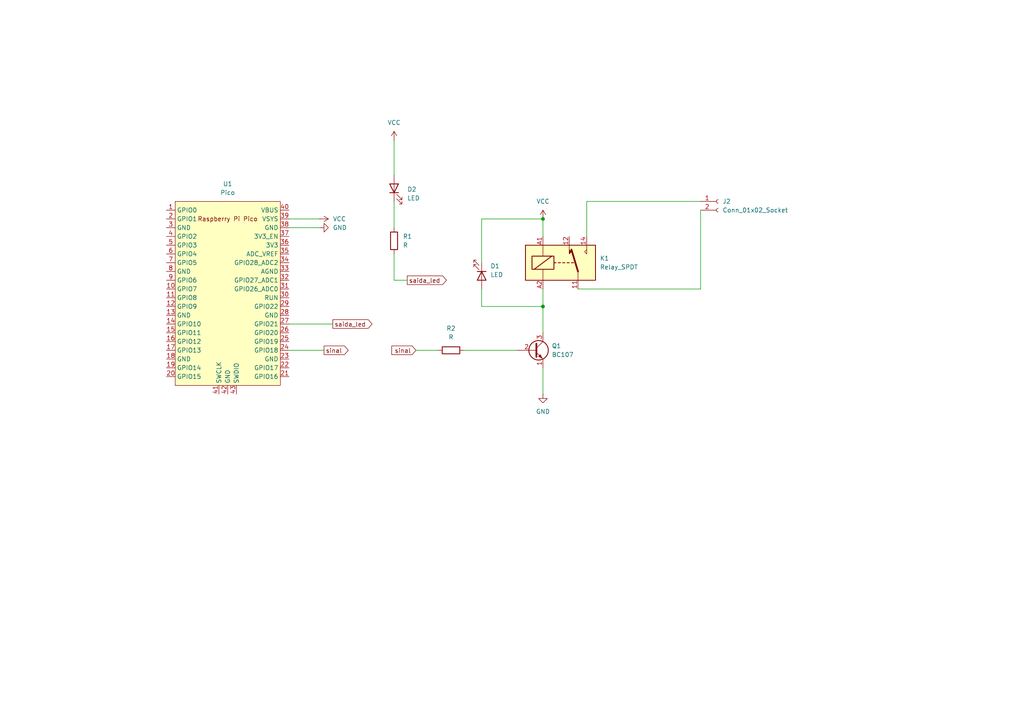
<source format=kicad_sch>
(kicad_sch (version 20231120) (generator "eeschema") (generator_version "8.0")
  (paper "A4")
  (lib_symbols
    (symbol "Connector:Conn_01x02_Socket" (pin_names (offset 1.016) hide)
      (property "Reference" "J" (at 0 2.54 0))
      (property "Value" "Conn_01x02_Socket" (at 0 -5.08 0))
      (symbol "Conn_01x02_Socket_1_1"
        (arc (start 0 -2.032) (mid -0.5058 -2.54) (end 0 -3.048) (stroke (width 0.1524)))
        (polyline (pts (xy -1.27 -2.54) (xy -0.508 -2.54)) (stroke (width 0.1524)))
        (polyline (pts (xy -1.27 0) (xy -0.508 0)) (stroke (width 0.1524)))
        (arc (start 0 0.508) (mid -0.5058 0) (end 0 -0.508) (stroke (width 0.1524)))
        (pin passive line (at -5.08 0 0) (length 3.81) (name "Pin_1") (number "1"))
        (pin passive line (at -5.08 -2.54 0) (length 3.81) (name "Pin_2") (number "2"))
      )
    )
    (symbol "Device:LED" (pin_numbers hide) (pin_names (offset 1.016) hide)
      (property "Reference" "D" (at 0 2.54 0))
      (property "Value" "LED" (at 0 -2.54 0))
      (symbol "LED_0_1"
        (polyline (pts (xy -1.27 -1.27) (xy -1.27 1.27)) (stroke (width 0.254)))
        (polyline (pts (xy -1.27 0) (xy 1.27 0)))
        (polyline (pts (xy 1.27 -1.27) (xy 1.27 1.27) (xy -1.27 0) (xy 1.27 -1.27)) (stroke (width 0.254)))
        (polyline (pts (xy -3.048 -0.762) (xy -4.572 -2.286) (xy -3.81 -2.286) (xy -4.572 -2.286) (xy -4.572 -1.524)))
        (polyline (pts (xy -1.778 -0.762) (xy -3.302 -2.286) (xy -2.54 -2.286) (xy -3.302 -2.286) (xy -3.302 -1.524)))
      )
      (symbol "LED_1_1"
        (pin passive line (at -3.81 0 0) (length 2.54) (name "K") (number "1"))
        (pin passive line (at 3.81 0 180) (length 2.54) (name "A") (number "2"))
      )
    )
    (symbol "Device:R" (pin_numbers hide) (pin_names (offset 0))
      (property "Reference" "R" (at 2.032 0 90))
      (property "Value" "R" (at 0 0 90))
      (symbol "R_0_1"
        (rectangle (start -1.016 -2.54) (end 1.016 2.54) (stroke (width 0.254)))
      )
      (symbol "R_1_1"
        (pin passive line (at 0 3.81 270) (length 1.27) (name "~") (number "1"))
        (pin passive line (at 0 -3.81 90) (length 1.27) (name "~") (number "2"))
      )
    )
    (symbol "MCU_RaspberryPi_and_Boards:Pico"
      (property "Reference" "U" (at -13.97 27.94 0))
      (property "Value" "Pico" (at 0 19.05 0))
      (symbol "Pico_0_0"
        (text "Raspberry Pi Pico" (at 0 21.59 0) (effects (font (size 1.27 1.27))))
      )
      (symbol "Pico_0_1"
        (rectangle (start -15.24 26.67) (end 15.24 -26.67) (fill (type background)))
      )
      (symbol "Pico_1_1"
        (pin bidirectional line (at -17.78 24.13 0) (length 2.54) (name "GPIO0") (number "1"))
        (pin bidirectional line (at -17.78 1.27 0) (length 2.54) (name "GPIO7") (number "10"))
        (pin bidirectional line (at -17.78 -1.27 0) (length 2.54) (name "GPIO8") (number "11"))
        (pin bidirectional line (at -17.78 -3.81 0) (length 2.54) (name "GPIO9") (number "12"))
        (pin power_in line (at -17.78 -6.35 0) (length 2.54) (name "GND") (number "13"))
        (pin bidirectional line (at -17.78 -8.89 0) (length 2.54) (name "GPIO10") (number "14"))
        (pin bidirectional line (at -17.78 -11.43 0) (length 2.54) (name "GPIO11") (number "15"))
        (pin bidirectional line (at -17.78 -13.97 0) (length 2.54) (name "GPIO12") (number "16"))
        (pin bidirectional line (at -17.78 -16.51 0) (length 2.54) (name "GPIO13") (number "17"))
        (pin power_in line (at -17.78 -19.05 0) (length 2.54) (name "GND") (number "18"))
        (pin bidirectional line (at -17.78 -21.59 0) (length 2.54) (name "GPIO14") (number "19"))
        (pin bidirectional line (at -17.78 21.59 0) (length 2.54) (name "GPIO1") (number "2"))
        (pin bidirectional line (at -17.78 -24.13 0) (length 2.54) (name "GPIO15") (number "20"))
        (pin bidirectional line (at 17.78 -24.13 180) (length 2.54) (name "GPIO16") (number "21"))
        (pin bidirectional line (at 17.78 -21.59 180) (length 2.54) (name "GPIO17") (number "22"))
        (pin power_in line (at 17.78 -19.05 180) (length 2.54) (name "GND") (number "23"))
        (pin bidirectional line (at 17.78 -16.51 180) (length 2.54) (name "GPIO18") (number "24"))
        (pin bidirectional line (at 17.78 -13.97 180) (length 2.54) (name "GPIO19") (number "25"))
        (pin bidirectional line (at 17.78 -11.43 180) (length 2.54) (name "GPIO20") (number "26"))
        (pin bidirectional line (at 17.78 -8.89 180) (length 2.54) (name "GPIO21") (number "27"))
        (pin power_in line (at 17.78 -6.35 180) (length 2.54) (name "GND") (number "28"))
        (pin bidirectional line (at 17.78 -3.81 180) (length 2.54) (name "GPIO22") (number "29"))
        (pin power_in line (at -17.78 19.05 0) (length 2.54) (name "GND") (number "3"))
        (pin input line (at 17.78 -1.27 180) (length 2.54) (name "RUN") (number "30"))
        (pin bidirectional line (at 17.78 1.27 180) (length 2.54) (name "GPIO26_ADC0") (number "31"))
        (pin bidirectional line (at 17.78 3.81 180) (length 2.54) (name "GPIO27_ADC1") (number "32"))
        (pin power_in line (at 17.78 6.35 180) (length 2.54) (name "AGND") (number "33"))
        (pin bidirectional line (at 17.78 8.89 180) (length 2.54) (name "GPIO28_ADC2") (number "34"))
        (pin power_in line (at 17.78 11.43 180) (length 2.54) (name "ADC_VREF") (number "35"))
        (pin power_in line (at 17.78 13.97 180) (length 2.54) (name "3V3") (number "36"))
        (pin input line (at 17.78 16.51 180) (length 2.54) (name "3V3_EN") (number "37"))
        (pin bidirectional line (at 17.78 19.05 180) (length 2.54) (name "GND") (number "38"))
        (pin power_in line (at 17.78 21.59 180) (length 2.54) (name "VSYS") (number "39"))
        (pin bidirectional line (at -17.78 16.51 0) (length 2.54) (name "GPIO2") (number "4"))
        (pin power_in line (at 17.78 24.13 180) (length 2.54) (name "VBUS") (number "40"))
        (pin input line (at -2.54 -29.21 90) (length 2.54) (name "SWCLK") (number "41"))
        (pin power_in line (at 0 -29.21 90) (length 2.54) (name "GND") (number "42"))
        (pin bidirectional line (at 2.54 -29.21 90) (length 2.54) (name "SWDIO") (number "43"))
        (pin bidirectional line (at -17.78 13.97 0) (length 2.54) (name "GPIO3") (number "5"))
        (pin bidirectional line (at -17.78 11.43 0) (length 2.54) (name "GPIO4") (number "6"))
        (pin bidirectional line (at -17.78 8.89 0) (length 2.54) (name "GPIO5") (number "7"))
        (pin power_in line (at -17.78 6.35 0) (length 2.54) (name "GND") (number "8"))
        (pin bidirectional line (at -17.78 3.81 0) (length 2.54) (name "GPIO6") (number "9"))
      )
    )
    (symbol "Relay:Relay_SPDT"
      (property "Reference" "K" (at 11.43 3.81 0))
      (property "Value" "Relay_SPDT" (at 11.43 1.27 0))
      (symbol "Relay_SPDT_0_0"
        (polyline (pts (xy 7.62 5.08) (xy 7.62 2.54) (xy 6.985 3.175) (xy 7.62 3.81)))
      )
      (symbol "Relay_SPDT_0_1"
        (rectangle (start -10.16 5.08) (end 10.16 -5.08) (stroke (width 0.254)) (fill (type background)))
        (rectangle (start -8.255 1.905) (end -1.905 -1.905) (stroke (width 0.254)))
        (polyline (pts (xy -7.62 -1.905) (xy -2.54 1.905)) (stroke (width 0.254)))
        (polyline (pts (xy -5.08 -5.08) (xy -5.08 -1.905)))
        (polyline (pts (xy -5.08 5.08) (xy -5.08 1.905)))
        (polyline (pts (xy -1.905 0) (xy -1.27 0)) (stroke (width 0.254)))
        (polyline (pts (xy -0.635 0) (xy 0 0)) (stroke (width 0.254)))
        (polyline (pts (xy 0.635 0) (xy 1.27 0)) (stroke (width 0.254)))
        (polyline (pts (xy 1.905 0) (xy 2.54 0)) (stroke (width 0.254)))
        (polyline (pts (xy 3.175 0) (xy 3.81 0)) (stroke (width 0.254)))
        (polyline (pts (xy 5.08 -2.54) (xy 3.175 3.81)) (stroke (width 0.508)))
        (polyline (pts (xy 5.08 -2.54) (xy 5.08 -5.08)))
        (polyline (pts (xy 2.54 5.08) (xy 2.54 2.54) (xy 3.175 3.175) (xy 2.54 3.81)) (fill (type outline)))
      )
      (symbol "Relay_SPDT_1_1"
        (pin passive line (at 5.08 -7.62 90) (length 2.54) (name "~") (number "11"))
        (pin passive line (at 2.54 7.62 270) (length 2.54) (name "~") (number "12"))
        (pin passive line (at 7.62 7.62 270) (length 2.54) (name "~") (number "14"))
        (pin passive line (at -5.08 7.62 270) (length 2.54) (name "~") (number "A1"))
        (pin passive line (at -5.08 -7.62 90) (length 2.54) (name "~") (number "A2"))
      )
    )
    (symbol "Transistor_BJT:BC107" (pin_names (offset 0) hide)
      (property "Reference" "Q" (at 5.08 1.905 0))
      (property "Value" "BC107" (at 5.08 0 0))
      (symbol "BC107_0_1"
        (polyline (pts (xy 0.635 0.635) (xy 2.54 2.54)))
        (polyline (pts (xy 0.635 -0.635) (xy 2.54 -2.54) (xy 2.54 -2.54)))
        (polyline (pts (xy 0.635 1.905) (xy 0.635 -1.905) (xy 0.635 -1.905)) (stroke (width 0.508)))
        (polyline (pts (xy 1.27 -1.778) (xy 1.778 -1.27) (xy 2.286 -2.286) (xy 1.27 -1.778) (xy 1.27 -1.778)) (fill (type outline)))
        (circle (center 1.27 0) (radius 2.8194) (stroke (width 0.254)))
      )
      (symbol "BC107_1_1"
        (pin passive line (at 2.54 -5.08 90) (length 2.54) (name "E") (number "1"))
        (pin input line (at -5.08 0 0) (length 5.715) (name "B") (number "2"))
        (pin passive line (at 2.54 5.08 270) (length 2.54) (name "C") (number "3"))
      )
    )
    (symbol "power:GND" (power) (pin_numbers hide) (pin_names (offset 0) hide)
      (property "Value" "GND" (at 0 -3.81 0))
      (symbol "GND_0_1"
        (polyline (pts (xy 0 0) (xy 0 -1.27) (xy 1.27 -1.27) (xy 0 -2.54) (xy -1.27 -1.27) (xy 0 -1.27)))
      )
      (symbol "GND_1_1"
        (pin power_in line (at 0 0 270) (length 0) (name "~") (number "1"))
      )
    )
    (symbol "power:VCC" (power) (pin_numbers hide) (pin_names (offset 0) hide)
      (property "Value" "VCC" (at 0 3.556 0))
      (symbol "VCC_0_1"
        (polyline (pts (xy -0.762 1.27) (xy 0 2.54)))
        (polyline (pts (xy 0 0) (xy 0 2.54)))
        (polyline (pts (xy 0 2.54) (xy 0.762 1.27)))
      )
      (symbol "VCC_1_1"
        (pin power_in line (at 0 0 90) (length 0) (name "~") (number "1"))
      )
    )
  )
  (junction (at 157.48 88.9))
  (junction (at 157.48 63.5))
  (wire (pts (xy 114.3 81.28) (xy 118.11 81.28)))
  (wire (pts (xy 83.82 101.6) (xy 93.98 101.6)))
  (wire (pts (xy 120.65 101.6) (xy 127 101.6)))
  (wire (pts (xy 203.2 83.82) (xy 203.2 60.96)))
  (wire (pts (xy 83.82 93.98) (xy 96.52 93.98)))
  (wire (pts (xy 83.82 66.04) (xy 92.71 66.04)))
  (wire (pts (xy 83.82 63.5) (xy 92.71 63.5)))
  (wire (pts (xy 139.7 76.2) (xy 139.7 63.5)))
  (wire (pts (xy 157.48 96.52) (xy 157.48 88.9)))
  (wire (pts (xy 170.18 68.58) (xy 170.18 58.42)))
  (wire (pts (xy 157.48 88.9) (xy 139.7 88.9)))
  (wire (pts (xy 170.18 58.42) (xy 203.2 58.42)))
  (wire (pts (xy 157.48 88.9) (xy 157.48 83.82)))
  (wire (pts (xy 139.7 88.9) (xy 139.7 83.82)))
  (wire (pts (xy 134.62 101.6) (xy 149.86 101.6)))
  (wire (pts (xy 114.3 81.28) (xy 114.3 73.66)))
  (wire (pts (xy 139.7 63.5) (xy 157.48 63.5)))
  (wire (pts (xy 157.48 63.5) (xy 157.48 68.58)))
  (wire (pts (xy 157.48 106.68) (xy 157.48 114.3)))
  (wire (pts (xy 114.3 58.42) (xy 114.3 66.04)))
  (wire (pts (xy 114.3 40.64) (xy 114.3 50.8)))
  (wire (pts (xy 167.64 83.82) (xy 203.2 83.82)))
  (global_label "sinal" (shape input) (at 120.65 101.6 180) (property "Intersheetrefs" "${INTERSHEET_REFS}" (effects (hide yes))))
  (global_label "sinal" (shape output) (at 93.98 101.6 0) (property "Intersheetrefs" "${INTERSHEET_REFS}" (effects (hide yes))))
  (global_label "saida_led" (shape output) (at 96.52 93.98 0) (property "Intersheetrefs" "${INTERSHEET_REFS}" (effects (hide yes))))
  (global_label "saida_led" (shape output) (at 118.11 81.28 0) (property "Intersheetrefs" "${INTERSHEET_REFS}" (effects (hide yes))))
  (symbol (lib_id "Device:R") (at 130.81 101.6 90) (unit 1)
    (property "Reference" "R2" (at 130.81 95.25 90))
    (property "Value" "R" (at 130.81 97.79 90))
    (property "Footprint" "Resistor_SMD:R_0805_2012Metric" (effects (hide yes)))
    (property "Description" "Resistor" (effects (hide yes)))
  )
  (symbol (lib_id "power:GND") (at 157.48 114.3 0) (unit 1)
    (property "Reference" "#PWR02" (effects (hide yes)))
    (property "Value" "GND" (at 157.48 119.38 0))
    (property "Description" "Power symbol creates a global label with name \"GND\" , ground" (effects (hide yes)))
  )
  (symbol (lib_id "Device:LED") (at 139.7 80.01 270) (unit 1)
    (property "Reference" "D1" (at 142.24 77.1524 90) (effects (justify left)))
    (property "Value" "LED" (at 142.24 79.6924 90) (effects (justify left)))
    (property "Footprint" "LED_THT:LED_D5.0mm_Clear" (effects (hide yes)))
    (property "Description" "Light emitting diode" (effects (hide yes)))
  )
  (symbol (lib_id "power:VCC") (at 114.3 40.64 0) (unit 1)
    (property "Reference" "#PWR03" (effects (hide yes)))
    (property "Value" "VCC" (at 114.3 35.56 0))
    (property "Description" "Power symbol creates a global label with name \"VCC\"" (effects (hide yes)))
  )
  (symbol (lib_id "power:VCC") (at 157.48 63.5 0) (unit 1)
    (property "Reference" "#PWR01" (effects (hide yes)))
    (property "Value" "VCC" (at 157.48 58.42 0))
    (property "Description" "Power symbol creates a global label with name \"VCC\"" (effects (hide yes)))
  )
  (symbol (lib_id "power:VCC") (at 92.71 63.5 270) (unit 1)
    (property "Reference" "#PWR04" (effects (hide yes)))
    (property "Value" "VCC" (at 96.52 63.4999 90) (effects (justify left)))
    (property "Description" "Power symbol creates a global label with name \"VCC\"" (effects (hide yes)))
  )
  (symbol (lib_id "MCU_RaspberryPi_and_Boards:Pico") (at 66.04 85.09 0) (unit 1)
    (property "Reference" "U1" (at 66.04 53.34 0))
    (property "Value" "Pico" (at 66.04 55.88 0))
    (property "Footprint" "MCU_RaspberryPi_and_Boards:RPi_Pico_SMD_TH" (effects (hide yes)))
  )
  (symbol (lib_id "power:GND") (at 92.71 66.04 90) (unit 1)
    (property "Reference" "#PWR05" (effects (hide yes)))
    (property "Value" "GND" (at 96.52 66.0399 90) (effects (justify right)))
    (property "Description" "Power symbol creates a global label with name \"GND\" , ground" (effects (hide yes)))
  )
  (symbol (lib_id "Connector:Conn_01x02_Socket") (at 208.28 58.42 0) (unit 1)
    (property "Reference" "J2" (at 209.55 58.4199 0) (effects (justify left)))
    (property "Value" "Conn_01x02_Socket" (at 209.55 60.9599 0) (effects (justify left)))
    (property "Description" "Generic connector, single row, 01x02, script generated" (effects (hide yes)))
  )
  (symbol (lib_id "Device:LED") (at 114.3 54.61 90) (unit 1)
    (property "Reference" "D2" (at 118.11 54.9274 90) (effects (justify right)))
    (property "Value" "LED" (at 118.11 57.4674 90) (effects (justify right)))
    (property "Footprint" "LED_THT:LED_D5.0mm_Clear" (effects (hide yes)))
    (property "Description" "Light emitting diode" (effects (hide yes)))
  )
  (symbol (lib_id "Relay:Relay_SPDT") (at 162.56 76.2 0) (unit 1)
    (property "Reference" "K1" (at 173.99 74.9299 0) (effects (justify left)))
    (property "Value" "Relay_SPDT" (at 173.99 77.4699 0) (effects (justify left)))
    (property "Footprint" "Relay_THT:Relay_SPDT_Finder_40.51" (effects (hide yes)))
    (property "Description" "Monostable Relay SPDT, EN50005" (effects (hide yes)))
  )
  (symbol (lib_id "Device:R") (at 114.3 69.85 0) (unit 1)
    (property "Reference" "R1" (at 116.84 68.5799 0) (effects (justify left)))
    (property "Value" "R" (at 116.84 71.1199 0) (effects (justify left)))
    (property "Footprint" "Resistor_SMD:R_0805_2012Metric" (effects (hide yes)))
    (property "Description" "Resistor" (effects (hide yes)))
  )
  (symbol (lib_id "Transistor_BJT:BC107") (at 154.94 101.6 0) (unit 1)
    (property "Reference" "Q1" (at 160.02 100.3299 0) (effects (justify left)))
    (property "Value" "BC107" (at 160.02 102.8699 0) (effects (justify left)))
    (property "Footprint" "Package_TO_SOT_THT:TO-18-3" (effects (hide yes)))
    (property "Datasheet" "http://www.b-kainka.de/Daten/Transistor/BC108.pdf" (effects (hide yes)))
    (property "Description" "0.1A Ic, 50V Vce, Low Noise General Purpose NPN Transistor, TO-18" (effects (hide yes)))
  )
)
</source>
